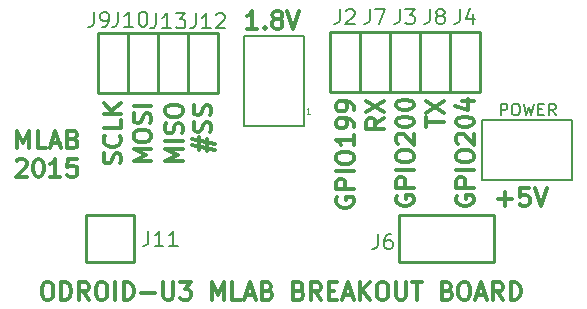
<source format=gbr>
G04 #@! TF.FileFunction,Legend,Top*
%FSLAX46Y46*%
G04 Gerber Fmt 4.6, Leading zero omitted, Abs format (unit mm)*
G04 Created by KiCad (PCBNEW 0.201503110816+5502~22~ubuntu14.10.1-product) date St 11. březen 2015, 18:04:12 CET*
%MOMM*%
G01*
G04 APERTURE LIST*
%ADD10C,0.100000*%
%ADD11C,0.300000*%
%ADD12C,0.200000*%
%ADD13C,0.254000*%
%ADD14C,0.150000*%
%ADD15C,0.203200*%
%ADD16C,0.050000*%
G04 APERTURE END LIST*
D10*
D11*
X142099600Y-51318657D02*
X142028171Y-51461514D01*
X142028171Y-51675800D01*
X142099600Y-51890085D01*
X142242457Y-52032943D01*
X142385314Y-52104371D01*
X142671029Y-52175800D01*
X142885314Y-52175800D01*
X143171029Y-52104371D01*
X143313886Y-52032943D01*
X143456743Y-51890085D01*
X143528171Y-51675800D01*
X143528171Y-51532943D01*
X143456743Y-51318657D01*
X143385314Y-51247228D01*
X142885314Y-51247228D01*
X142885314Y-51532943D01*
X143528171Y-50604371D02*
X142028171Y-50604371D01*
X142028171Y-50032943D01*
X142099600Y-49890085D01*
X142171029Y-49818657D01*
X142313886Y-49747228D01*
X142528171Y-49747228D01*
X142671029Y-49818657D01*
X142742457Y-49890085D01*
X142813886Y-50032943D01*
X142813886Y-50604371D01*
X143528171Y-49104371D02*
X142028171Y-49104371D01*
X142028171Y-48104371D02*
X142028171Y-47818657D01*
X142099600Y-47675799D01*
X142242457Y-47532942D01*
X142528171Y-47461514D01*
X143028171Y-47461514D01*
X143313886Y-47532942D01*
X143456743Y-47675799D01*
X143528171Y-47818657D01*
X143528171Y-48104371D01*
X143456743Y-48247228D01*
X143313886Y-48390085D01*
X143028171Y-48461514D01*
X142528171Y-48461514D01*
X142242457Y-48390085D01*
X142099600Y-48247228D01*
X142028171Y-48104371D01*
X142171029Y-46890085D02*
X142099600Y-46818656D01*
X142028171Y-46675799D01*
X142028171Y-46318656D01*
X142099600Y-46175799D01*
X142171029Y-46104370D01*
X142313886Y-46032942D01*
X142456743Y-46032942D01*
X142671029Y-46104370D01*
X143528171Y-46961513D01*
X143528171Y-46032942D01*
X142028171Y-45104371D02*
X142028171Y-44961514D01*
X142099600Y-44818657D01*
X142171029Y-44747228D01*
X142313886Y-44675799D01*
X142599600Y-44604371D01*
X142956743Y-44604371D01*
X143242457Y-44675799D01*
X143385314Y-44747228D01*
X143456743Y-44818657D01*
X143528171Y-44961514D01*
X143528171Y-45104371D01*
X143456743Y-45247228D01*
X143385314Y-45318657D01*
X143242457Y-45390085D01*
X142956743Y-45461514D01*
X142599600Y-45461514D01*
X142313886Y-45390085D01*
X142171029Y-45318657D01*
X142099600Y-45247228D01*
X142028171Y-45104371D01*
X142028171Y-43675800D02*
X142028171Y-43532943D01*
X142099600Y-43390086D01*
X142171029Y-43318657D01*
X142313886Y-43247228D01*
X142599600Y-43175800D01*
X142956743Y-43175800D01*
X143242457Y-43247228D01*
X143385314Y-43318657D01*
X143456743Y-43390086D01*
X143528171Y-43532943D01*
X143528171Y-43675800D01*
X143456743Y-43818657D01*
X143385314Y-43890086D01*
X143242457Y-43961514D01*
X142956743Y-44032943D01*
X142599600Y-44032943D01*
X142313886Y-43961514D01*
X142171029Y-43890086D01*
X142099600Y-43818657D01*
X142028171Y-43675800D01*
X112380028Y-58614571D02*
X112665742Y-58614571D01*
X112808600Y-58686000D01*
X112951457Y-58828857D01*
X113022885Y-59114571D01*
X113022885Y-59614571D01*
X112951457Y-59900286D01*
X112808600Y-60043143D01*
X112665742Y-60114571D01*
X112380028Y-60114571D01*
X112237171Y-60043143D01*
X112094314Y-59900286D01*
X112022885Y-59614571D01*
X112022885Y-59114571D01*
X112094314Y-58828857D01*
X112237171Y-58686000D01*
X112380028Y-58614571D01*
X113665743Y-60114571D02*
X113665743Y-58614571D01*
X114022886Y-58614571D01*
X114237171Y-58686000D01*
X114380029Y-58828857D01*
X114451457Y-58971714D01*
X114522886Y-59257429D01*
X114522886Y-59471714D01*
X114451457Y-59757429D01*
X114380029Y-59900286D01*
X114237171Y-60043143D01*
X114022886Y-60114571D01*
X113665743Y-60114571D01*
X116022886Y-60114571D02*
X115522886Y-59400286D01*
X115165743Y-60114571D02*
X115165743Y-58614571D01*
X115737171Y-58614571D01*
X115880029Y-58686000D01*
X115951457Y-58757429D01*
X116022886Y-58900286D01*
X116022886Y-59114571D01*
X115951457Y-59257429D01*
X115880029Y-59328857D01*
X115737171Y-59400286D01*
X115165743Y-59400286D01*
X116951457Y-58614571D02*
X117237171Y-58614571D01*
X117380029Y-58686000D01*
X117522886Y-58828857D01*
X117594314Y-59114571D01*
X117594314Y-59614571D01*
X117522886Y-59900286D01*
X117380029Y-60043143D01*
X117237171Y-60114571D01*
X116951457Y-60114571D01*
X116808600Y-60043143D01*
X116665743Y-59900286D01*
X116594314Y-59614571D01*
X116594314Y-59114571D01*
X116665743Y-58828857D01*
X116808600Y-58686000D01*
X116951457Y-58614571D01*
X118237172Y-60114571D02*
X118237172Y-58614571D01*
X118951458Y-60114571D02*
X118951458Y-58614571D01*
X119308601Y-58614571D01*
X119522886Y-58686000D01*
X119665744Y-58828857D01*
X119737172Y-58971714D01*
X119808601Y-59257429D01*
X119808601Y-59471714D01*
X119737172Y-59757429D01*
X119665744Y-59900286D01*
X119522886Y-60043143D01*
X119308601Y-60114571D01*
X118951458Y-60114571D01*
X120451458Y-59543143D02*
X121594315Y-59543143D01*
X122308601Y-58614571D02*
X122308601Y-59828857D01*
X122380029Y-59971714D01*
X122451458Y-60043143D01*
X122594315Y-60114571D01*
X122880029Y-60114571D01*
X123022887Y-60043143D01*
X123094315Y-59971714D01*
X123165744Y-59828857D01*
X123165744Y-58614571D01*
X123737173Y-58614571D02*
X124665744Y-58614571D01*
X124165744Y-59186000D01*
X124380030Y-59186000D01*
X124522887Y-59257429D01*
X124594316Y-59328857D01*
X124665744Y-59471714D01*
X124665744Y-59828857D01*
X124594316Y-59971714D01*
X124522887Y-60043143D01*
X124380030Y-60114571D01*
X123951458Y-60114571D01*
X123808601Y-60043143D01*
X123737173Y-59971714D01*
X126451458Y-60114571D02*
X126451458Y-58614571D01*
X126951458Y-59686000D01*
X127451458Y-58614571D01*
X127451458Y-60114571D01*
X128880030Y-60114571D02*
X128165744Y-60114571D01*
X128165744Y-58614571D01*
X129308601Y-59686000D02*
X130022887Y-59686000D01*
X129165744Y-60114571D02*
X129665744Y-58614571D01*
X130165744Y-60114571D01*
X131165744Y-59328857D02*
X131380030Y-59400286D01*
X131451458Y-59471714D01*
X131522887Y-59614571D01*
X131522887Y-59828857D01*
X131451458Y-59971714D01*
X131380030Y-60043143D01*
X131237172Y-60114571D01*
X130665744Y-60114571D01*
X130665744Y-58614571D01*
X131165744Y-58614571D01*
X131308601Y-58686000D01*
X131380030Y-58757429D01*
X131451458Y-58900286D01*
X131451458Y-59043143D01*
X131380030Y-59186000D01*
X131308601Y-59257429D01*
X131165744Y-59328857D01*
X130665744Y-59328857D01*
X133808601Y-59328857D02*
X134022887Y-59400286D01*
X134094315Y-59471714D01*
X134165744Y-59614571D01*
X134165744Y-59828857D01*
X134094315Y-59971714D01*
X134022887Y-60043143D01*
X133880029Y-60114571D01*
X133308601Y-60114571D01*
X133308601Y-58614571D01*
X133808601Y-58614571D01*
X133951458Y-58686000D01*
X134022887Y-58757429D01*
X134094315Y-58900286D01*
X134094315Y-59043143D01*
X134022887Y-59186000D01*
X133951458Y-59257429D01*
X133808601Y-59328857D01*
X133308601Y-59328857D01*
X135665744Y-60114571D02*
X135165744Y-59400286D01*
X134808601Y-60114571D02*
X134808601Y-58614571D01*
X135380029Y-58614571D01*
X135522887Y-58686000D01*
X135594315Y-58757429D01*
X135665744Y-58900286D01*
X135665744Y-59114571D01*
X135594315Y-59257429D01*
X135522887Y-59328857D01*
X135380029Y-59400286D01*
X134808601Y-59400286D01*
X136308601Y-59328857D02*
X136808601Y-59328857D01*
X137022887Y-60114571D02*
X136308601Y-60114571D01*
X136308601Y-58614571D01*
X137022887Y-58614571D01*
X137594315Y-59686000D02*
X138308601Y-59686000D01*
X137451458Y-60114571D02*
X137951458Y-58614571D01*
X138451458Y-60114571D01*
X138951458Y-60114571D02*
X138951458Y-58614571D01*
X139808601Y-60114571D02*
X139165744Y-59257429D01*
X139808601Y-58614571D02*
X138951458Y-59471714D01*
X140737172Y-58614571D02*
X141022886Y-58614571D01*
X141165744Y-58686000D01*
X141308601Y-58828857D01*
X141380029Y-59114571D01*
X141380029Y-59614571D01*
X141308601Y-59900286D01*
X141165744Y-60043143D01*
X141022886Y-60114571D01*
X140737172Y-60114571D01*
X140594315Y-60043143D01*
X140451458Y-59900286D01*
X140380029Y-59614571D01*
X140380029Y-59114571D01*
X140451458Y-58828857D01*
X140594315Y-58686000D01*
X140737172Y-58614571D01*
X142022887Y-58614571D02*
X142022887Y-59828857D01*
X142094315Y-59971714D01*
X142165744Y-60043143D01*
X142308601Y-60114571D01*
X142594315Y-60114571D01*
X142737173Y-60043143D01*
X142808601Y-59971714D01*
X142880030Y-59828857D01*
X142880030Y-58614571D01*
X143380030Y-58614571D02*
X144237173Y-58614571D01*
X143808602Y-60114571D02*
X143808602Y-58614571D01*
X146380030Y-59328857D02*
X146594316Y-59400286D01*
X146665744Y-59471714D01*
X146737173Y-59614571D01*
X146737173Y-59828857D01*
X146665744Y-59971714D01*
X146594316Y-60043143D01*
X146451458Y-60114571D01*
X145880030Y-60114571D01*
X145880030Y-58614571D01*
X146380030Y-58614571D01*
X146522887Y-58686000D01*
X146594316Y-58757429D01*
X146665744Y-58900286D01*
X146665744Y-59043143D01*
X146594316Y-59186000D01*
X146522887Y-59257429D01*
X146380030Y-59328857D01*
X145880030Y-59328857D01*
X147665744Y-58614571D02*
X147951458Y-58614571D01*
X148094316Y-58686000D01*
X148237173Y-58828857D01*
X148308601Y-59114571D01*
X148308601Y-59614571D01*
X148237173Y-59900286D01*
X148094316Y-60043143D01*
X147951458Y-60114571D01*
X147665744Y-60114571D01*
X147522887Y-60043143D01*
X147380030Y-59900286D01*
X147308601Y-59614571D01*
X147308601Y-59114571D01*
X147380030Y-58828857D01*
X147522887Y-58686000D01*
X147665744Y-58614571D01*
X148880030Y-59686000D02*
X149594316Y-59686000D01*
X148737173Y-60114571D02*
X149237173Y-58614571D01*
X149737173Y-60114571D01*
X151094316Y-60114571D02*
X150594316Y-59400286D01*
X150237173Y-60114571D02*
X150237173Y-58614571D01*
X150808601Y-58614571D01*
X150951459Y-58686000D01*
X151022887Y-58757429D01*
X151094316Y-58900286D01*
X151094316Y-59114571D01*
X151022887Y-59257429D01*
X150951459Y-59328857D01*
X150808601Y-59400286D01*
X150237173Y-59400286D01*
X151737173Y-60114571D02*
X151737173Y-58614571D01*
X152094316Y-58614571D01*
X152308601Y-58686000D01*
X152451459Y-58828857D01*
X152522887Y-58971714D01*
X152594316Y-59257429D01*
X152594316Y-59471714D01*
X152522887Y-59757429D01*
X152451459Y-59900286D01*
X152308601Y-60043143D01*
X152094316Y-60114571D01*
X151737173Y-60114571D01*
X109971200Y-47281371D02*
X109971200Y-45781371D01*
X110471200Y-46852800D01*
X110971200Y-45781371D01*
X110971200Y-47281371D01*
X112399772Y-47281371D02*
X111685486Y-47281371D01*
X111685486Y-45781371D01*
X112828343Y-46852800D02*
X113542629Y-46852800D01*
X112685486Y-47281371D02*
X113185486Y-45781371D01*
X113685486Y-47281371D01*
X114685486Y-46495657D02*
X114899772Y-46567086D01*
X114971200Y-46638514D01*
X115042629Y-46781371D01*
X115042629Y-46995657D01*
X114971200Y-47138514D01*
X114899772Y-47209943D01*
X114756914Y-47281371D01*
X114185486Y-47281371D01*
X114185486Y-45781371D01*
X114685486Y-45781371D01*
X114828343Y-45852800D01*
X114899772Y-45924229D01*
X114971200Y-46067086D01*
X114971200Y-46209943D01*
X114899772Y-46352800D01*
X114828343Y-46424229D01*
X114685486Y-46495657D01*
X114185486Y-46495657D01*
X109899772Y-48324229D02*
X109971201Y-48252800D01*
X110114058Y-48181371D01*
X110471201Y-48181371D01*
X110614058Y-48252800D01*
X110685487Y-48324229D01*
X110756915Y-48467086D01*
X110756915Y-48609943D01*
X110685487Y-48824229D01*
X109828344Y-49681371D01*
X110756915Y-49681371D01*
X111685486Y-48181371D02*
X111828343Y-48181371D01*
X111971200Y-48252800D01*
X112042629Y-48324229D01*
X112114058Y-48467086D01*
X112185486Y-48752800D01*
X112185486Y-49109943D01*
X112114058Y-49395657D01*
X112042629Y-49538514D01*
X111971200Y-49609943D01*
X111828343Y-49681371D01*
X111685486Y-49681371D01*
X111542629Y-49609943D01*
X111471200Y-49538514D01*
X111399772Y-49395657D01*
X111328343Y-49109943D01*
X111328343Y-48752800D01*
X111399772Y-48467086D01*
X111471200Y-48324229D01*
X111542629Y-48252800D01*
X111685486Y-48181371D01*
X113614057Y-49681371D02*
X112756914Y-49681371D01*
X113185486Y-49681371D02*
X113185486Y-48181371D01*
X113042629Y-48395657D01*
X112899771Y-48538514D01*
X112756914Y-48609943D01*
X114971200Y-48181371D02*
X114256914Y-48181371D01*
X114185485Y-48895657D01*
X114256914Y-48824229D01*
X114399771Y-48752800D01*
X114756914Y-48752800D01*
X114899771Y-48824229D01*
X114971200Y-48895657D01*
X115042628Y-49038514D01*
X115042628Y-49395657D01*
X114971200Y-49538514D01*
X114899771Y-49609943D01*
X114756914Y-49681371D01*
X114399771Y-49681371D01*
X114256914Y-49609943D01*
X114185485Y-49538514D01*
X150700029Y-51592943D02*
X151842886Y-51592943D01*
X151271457Y-52164371D02*
X151271457Y-51021514D01*
X153271458Y-50664371D02*
X152557172Y-50664371D01*
X152485743Y-51378657D01*
X152557172Y-51307229D01*
X152700029Y-51235800D01*
X153057172Y-51235800D01*
X153200029Y-51307229D01*
X153271458Y-51378657D01*
X153342886Y-51521514D01*
X153342886Y-51878657D01*
X153271458Y-52021514D01*
X153200029Y-52092943D01*
X153057172Y-52164371D01*
X152700029Y-52164371D01*
X152557172Y-52092943D01*
X152485743Y-52021514D01*
X153771457Y-50664371D02*
X154271457Y-52164371D01*
X154771457Y-50664371D01*
D12*
X150877876Y-44495981D02*
X150877876Y-43495981D01*
X151258829Y-43495981D01*
X151354067Y-43543600D01*
X151401686Y-43591219D01*
X151449305Y-43686457D01*
X151449305Y-43829314D01*
X151401686Y-43924552D01*
X151354067Y-43972171D01*
X151258829Y-44019790D01*
X150877876Y-44019790D01*
X152068352Y-43495981D02*
X152258829Y-43495981D01*
X152354067Y-43543600D01*
X152449305Y-43638838D01*
X152496924Y-43829314D01*
X152496924Y-44162648D01*
X152449305Y-44353124D01*
X152354067Y-44448362D01*
X152258829Y-44495981D01*
X152068352Y-44495981D01*
X151973114Y-44448362D01*
X151877876Y-44353124D01*
X151830257Y-44162648D01*
X151830257Y-43829314D01*
X151877876Y-43638838D01*
X151973114Y-43543600D01*
X152068352Y-43495981D01*
X152830257Y-43495981D02*
X153068352Y-44495981D01*
X153258829Y-43781695D01*
X153449305Y-44495981D01*
X153687400Y-43495981D01*
X154068352Y-43972171D02*
X154401686Y-43972171D01*
X154544543Y-44495981D02*
X154068352Y-44495981D01*
X154068352Y-43495981D01*
X154544543Y-43495981D01*
X155544543Y-44495981D02*
X155211209Y-44019790D01*
X154973114Y-44495981D02*
X154973114Y-43495981D01*
X155354067Y-43495981D01*
X155449305Y-43543600D01*
X155496924Y-43591219D01*
X155544543Y-43686457D01*
X155544543Y-43829314D01*
X155496924Y-43924552D01*
X155449305Y-43972171D01*
X155354067Y-44019790D01*
X154973114Y-44019790D01*
D11*
X147179600Y-51318657D02*
X147108171Y-51461514D01*
X147108171Y-51675800D01*
X147179600Y-51890085D01*
X147322457Y-52032943D01*
X147465314Y-52104371D01*
X147751029Y-52175800D01*
X147965314Y-52175800D01*
X148251029Y-52104371D01*
X148393886Y-52032943D01*
X148536743Y-51890085D01*
X148608171Y-51675800D01*
X148608171Y-51532943D01*
X148536743Y-51318657D01*
X148465314Y-51247228D01*
X147965314Y-51247228D01*
X147965314Y-51532943D01*
X148608171Y-50604371D02*
X147108171Y-50604371D01*
X147108171Y-50032943D01*
X147179600Y-49890085D01*
X147251029Y-49818657D01*
X147393886Y-49747228D01*
X147608171Y-49747228D01*
X147751029Y-49818657D01*
X147822457Y-49890085D01*
X147893886Y-50032943D01*
X147893886Y-50604371D01*
X148608171Y-49104371D02*
X147108171Y-49104371D01*
X147108171Y-48104371D02*
X147108171Y-47818657D01*
X147179600Y-47675799D01*
X147322457Y-47532942D01*
X147608171Y-47461514D01*
X148108171Y-47461514D01*
X148393886Y-47532942D01*
X148536743Y-47675799D01*
X148608171Y-47818657D01*
X148608171Y-48104371D01*
X148536743Y-48247228D01*
X148393886Y-48390085D01*
X148108171Y-48461514D01*
X147608171Y-48461514D01*
X147322457Y-48390085D01*
X147179600Y-48247228D01*
X147108171Y-48104371D01*
X147251029Y-46890085D02*
X147179600Y-46818656D01*
X147108171Y-46675799D01*
X147108171Y-46318656D01*
X147179600Y-46175799D01*
X147251029Y-46104370D01*
X147393886Y-46032942D01*
X147536743Y-46032942D01*
X147751029Y-46104370D01*
X148608171Y-46961513D01*
X148608171Y-46032942D01*
X147108171Y-45104371D02*
X147108171Y-44961514D01*
X147179600Y-44818657D01*
X147251029Y-44747228D01*
X147393886Y-44675799D01*
X147679600Y-44604371D01*
X148036743Y-44604371D01*
X148322457Y-44675799D01*
X148465314Y-44747228D01*
X148536743Y-44818657D01*
X148608171Y-44961514D01*
X148608171Y-45104371D01*
X148536743Y-45247228D01*
X148465314Y-45318657D01*
X148322457Y-45390085D01*
X148036743Y-45461514D01*
X147679600Y-45461514D01*
X147393886Y-45390085D01*
X147251029Y-45318657D01*
X147179600Y-45247228D01*
X147108171Y-45104371D01*
X147608171Y-43318657D02*
X148608171Y-43318657D01*
X147036743Y-43675800D02*
X148108171Y-44032943D01*
X148108171Y-43104371D01*
X144568171Y-45516657D02*
X144568171Y-44659514D01*
X146068171Y-45088085D02*
X144568171Y-45088085D01*
X144568171Y-44302371D02*
X146068171Y-43302371D01*
X144568171Y-43302371D02*
X146068171Y-44302371D01*
X140988171Y-44750799D02*
X140273886Y-45250799D01*
X140988171Y-45607942D02*
X139488171Y-45607942D01*
X139488171Y-45036514D01*
X139559600Y-44893656D01*
X139631029Y-44822228D01*
X139773886Y-44750799D01*
X139988171Y-44750799D01*
X140131029Y-44822228D01*
X140202457Y-44893656D01*
X140273886Y-45036514D01*
X140273886Y-45607942D01*
X139488171Y-44250799D02*
X140988171Y-43250799D01*
X139488171Y-43250799D02*
X140988171Y-44250799D01*
X137019600Y-51445657D02*
X136948171Y-51588514D01*
X136948171Y-51802800D01*
X137019600Y-52017085D01*
X137162457Y-52159943D01*
X137305314Y-52231371D01*
X137591029Y-52302800D01*
X137805314Y-52302800D01*
X138091029Y-52231371D01*
X138233886Y-52159943D01*
X138376743Y-52017085D01*
X138448171Y-51802800D01*
X138448171Y-51659943D01*
X138376743Y-51445657D01*
X138305314Y-51374228D01*
X137805314Y-51374228D01*
X137805314Y-51659943D01*
X138448171Y-50731371D02*
X136948171Y-50731371D01*
X136948171Y-50159943D01*
X137019600Y-50017085D01*
X137091029Y-49945657D01*
X137233886Y-49874228D01*
X137448171Y-49874228D01*
X137591029Y-49945657D01*
X137662457Y-50017085D01*
X137733886Y-50159943D01*
X137733886Y-50731371D01*
X138448171Y-49231371D02*
X136948171Y-49231371D01*
X136948171Y-48231371D02*
X136948171Y-47945657D01*
X137019600Y-47802799D01*
X137162457Y-47659942D01*
X137448171Y-47588514D01*
X137948171Y-47588514D01*
X138233886Y-47659942D01*
X138376743Y-47802799D01*
X138448171Y-47945657D01*
X138448171Y-48231371D01*
X138376743Y-48374228D01*
X138233886Y-48517085D01*
X137948171Y-48588514D01*
X137448171Y-48588514D01*
X137162457Y-48517085D01*
X137019600Y-48374228D01*
X136948171Y-48231371D01*
X138448171Y-46159942D02*
X138448171Y-47017085D01*
X138448171Y-46588513D02*
X136948171Y-46588513D01*
X137162457Y-46731370D01*
X137305314Y-46874228D01*
X137376743Y-47017085D01*
X138448171Y-45445657D02*
X138448171Y-45159942D01*
X138376743Y-45017085D01*
X138305314Y-44945657D01*
X138091029Y-44802799D01*
X137805314Y-44731371D01*
X137233886Y-44731371D01*
X137091029Y-44802799D01*
X137019600Y-44874228D01*
X136948171Y-45017085D01*
X136948171Y-45302799D01*
X137019600Y-45445657D01*
X137091029Y-45517085D01*
X137233886Y-45588514D01*
X137591029Y-45588514D01*
X137733886Y-45517085D01*
X137805314Y-45445657D01*
X137876743Y-45302799D01*
X137876743Y-45017085D01*
X137805314Y-44874228D01*
X137733886Y-44802799D01*
X137591029Y-44731371D01*
X138448171Y-44017086D02*
X138448171Y-43731371D01*
X138376743Y-43588514D01*
X138305314Y-43517086D01*
X138091029Y-43374228D01*
X137805314Y-43302800D01*
X137233886Y-43302800D01*
X137091029Y-43374228D01*
X137019600Y-43445657D01*
X136948171Y-43588514D01*
X136948171Y-43874228D01*
X137019600Y-44017086D01*
X137091029Y-44088514D01*
X137233886Y-44159943D01*
X137591029Y-44159943D01*
X137733886Y-44088514D01*
X137805314Y-44017086D01*
X137876743Y-43874228D01*
X137876743Y-43588514D01*
X137805314Y-43445657D01*
X137733886Y-43374228D01*
X137591029Y-43302800D01*
X130260886Y-37178371D02*
X129403743Y-37178371D01*
X129832315Y-37178371D02*
X129832315Y-35678371D01*
X129689458Y-35892657D01*
X129546600Y-36035514D01*
X129403743Y-36106943D01*
X130903743Y-37035514D02*
X130975171Y-37106943D01*
X130903743Y-37178371D01*
X130832314Y-37106943D01*
X130903743Y-37035514D01*
X130903743Y-37178371D01*
X131832315Y-36321229D02*
X131689457Y-36249800D01*
X131618029Y-36178371D01*
X131546600Y-36035514D01*
X131546600Y-35964086D01*
X131618029Y-35821229D01*
X131689457Y-35749800D01*
X131832315Y-35678371D01*
X132118029Y-35678371D01*
X132260886Y-35749800D01*
X132332315Y-35821229D01*
X132403743Y-35964086D01*
X132403743Y-36035514D01*
X132332315Y-36178371D01*
X132260886Y-36249800D01*
X132118029Y-36321229D01*
X131832315Y-36321229D01*
X131689457Y-36392657D01*
X131618029Y-36464086D01*
X131546600Y-36606943D01*
X131546600Y-36892657D01*
X131618029Y-37035514D01*
X131689457Y-37106943D01*
X131832315Y-37178371D01*
X132118029Y-37178371D01*
X132260886Y-37106943D01*
X132332315Y-37035514D01*
X132403743Y-36892657D01*
X132403743Y-36606943D01*
X132332315Y-36464086D01*
X132260886Y-36392657D01*
X132118029Y-36321229D01*
X132832314Y-35678371D02*
X133332314Y-37178371D01*
X133832314Y-35678371D01*
X125383171Y-47409657D02*
X125383171Y-46338228D01*
X124740314Y-46981085D02*
X126668886Y-47409657D01*
X126026029Y-46481085D02*
X126026029Y-47552514D01*
X126668886Y-46909657D02*
X124740314Y-46481085D01*
X126311743Y-45909657D02*
X126383171Y-45695371D01*
X126383171Y-45338228D01*
X126311743Y-45195371D01*
X126240314Y-45123942D01*
X126097457Y-45052514D01*
X125954600Y-45052514D01*
X125811743Y-45123942D01*
X125740314Y-45195371D01*
X125668886Y-45338228D01*
X125597457Y-45623942D01*
X125526029Y-45766800D01*
X125454600Y-45838228D01*
X125311743Y-45909657D01*
X125168886Y-45909657D01*
X125026029Y-45838228D01*
X124954600Y-45766800D01*
X124883171Y-45623942D01*
X124883171Y-45266800D01*
X124954600Y-45052514D01*
X126311743Y-44481086D02*
X126383171Y-44266800D01*
X126383171Y-43909657D01*
X126311743Y-43766800D01*
X126240314Y-43695371D01*
X126097457Y-43623943D01*
X125954600Y-43623943D01*
X125811743Y-43695371D01*
X125740314Y-43766800D01*
X125668886Y-43909657D01*
X125597457Y-44195371D01*
X125526029Y-44338229D01*
X125454600Y-44409657D01*
X125311743Y-44481086D01*
X125168886Y-44481086D01*
X125026029Y-44409657D01*
X124954600Y-44338229D01*
X124883171Y-44195371D01*
X124883171Y-43838229D01*
X124954600Y-43623943D01*
X123970171Y-48381943D02*
X122470171Y-48381943D01*
X123541600Y-47881943D01*
X122470171Y-47381943D01*
X123970171Y-47381943D01*
X123970171Y-46667657D02*
X122470171Y-46667657D01*
X123898743Y-46024800D02*
X123970171Y-45810514D01*
X123970171Y-45453371D01*
X123898743Y-45310514D01*
X123827314Y-45239085D01*
X123684457Y-45167657D01*
X123541600Y-45167657D01*
X123398743Y-45239085D01*
X123327314Y-45310514D01*
X123255886Y-45453371D01*
X123184457Y-45739085D01*
X123113029Y-45881943D01*
X123041600Y-45953371D01*
X122898743Y-46024800D01*
X122755886Y-46024800D01*
X122613029Y-45953371D01*
X122541600Y-45881943D01*
X122470171Y-45739085D01*
X122470171Y-45381943D01*
X122541600Y-45167657D01*
X122470171Y-44239086D02*
X122470171Y-43953372D01*
X122541600Y-43810514D01*
X122684457Y-43667657D01*
X122970171Y-43596229D01*
X123470171Y-43596229D01*
X123755886Y-43667657D01*
X123898743Y-43810514D01*
X123970171Y-43953372D01*
X123970171Y-44239086D01*
X123898743Y-44381943D01*
X123755886Y-44524800D01*
X123470171Y-44596229D01*
X122970171Y-44596229D01*
X122684457Y-44524800D01*
X122541600Y-44381943D01*
X122470171Y-44239086D01*
X121303171Y-48381943D02*
X119803171Y-48381943D01*
X120874600Y-47881943D01*
X119803171Y-47381943D01*
X121303171Y-47381943D01*
X119803171Y-46381943D02*
X119803171Y-46096229D01*
X119874600Y-45953371D01*
X120017457Y-45810514D01*
X120303171Y-45739086D01*
X120803171Y-45739086D01*
X121088886Y-45810514D01*
X121231743Y-45953371D01*
X121303171Y-46096229D01*
X121303171Y-46381943D01*
X121231743Y-46524800D01*
X121088886Y-46667657D01*
X120803171Y-46739086D01*
X120303171Y-46739086D01*
X120017457Y-46667657D01*
X119874600Y-46524800D01*
X119803171Y-46381943D01*
X121231743Y-45167657D02*
X121303171Y-44953371D01*
X121303171Y-44596228D01*
X121231743Y-44453371D01*
X121160314Y-44381942D01*
X121017457Y-44310514D01*
X120874600Y-44310514D01*
X120731743Y-44381942D01*
X120660314Y-44453371D01*
X120588886Y-44596228D01*
X120517457Y-44881942D01*
X120446029Y-45024800D01*
X120374600Y-45096228D01*
X120231743Y-45167657D01*
X120088886Y-45167657D01*
X119946029Y-45096228D01*
X119874600Y-45024800D01*
X119803171Y-44881942D01*
X119803171Y-44524800D01*
X119874600Y-44310514D01*
X121303171Y-43667657D02*
X119803171Y-43667657D01*
X118691743Y-48560514D02*
X118763171Y-48346228D01*
X118763171Y-47989085D01*
X118691743Y-47846228D01*
X118620314Y-47774799D01*
X118477457Y-47703371D01*
X118334600Y-47703371D01*
X118191743Y-47774799D01*
X118120314Y-47846228D01*
X118048886Y-47989085D01*
X117977457Y-48274799D01*
X117906029Y-48417657D01*
X117834600Y-48489085D01*
X117691743Y-48560514D01*
X117548886Y-48560514D01*
X117406029Y-48489085D01*
X117334600Y-48417657D01*
X117263171Y-48274799D01*
X117263171Y-47917657D01*
X117334600Y-47703371D01*
X118620314Y-46203371D02*
X118691743Y-46274800D01*
X118763171Y-46489086D01*
X118763171Y-46631943D01*
X118691743Y-46846228D01*
X118548886Y-46989086D01*
X118406029Y-47060514D01*
X118120314Y-47131943D01*
X117906029Y-47131943D01*
X117620314Y-47060514D01*
X117477457Y-46989086D01*
X117334600Y-46846228D01*
X117263171Y-46631943D01*
X117263171Y-46489086D01*
X117334600Y-46274800D01*
X117406029Y-46203371D01*
X118763171Y-44846228D02*
X118763171Y-45560514D01*
X117263171Y-45560514D01*
X118763171Y-44346228D02*
X117263171Y-44346228D01*
X118763171Y-43489085D02*
X117906029Y-44131942D01*
X117263171Y-43489085D02*
X118120314Y-44346228D01*
D13*
X142316600Y-56949800D02*
X142316600Y-54949800D01*
X150316600Y-54949800D02*
X150316600Y-52949800D01*
X150316600Y-52949800D02*
X142316600Y-52949800D01*
X142316600Y-54949800D02*
X142316600Y-52949800D01*
X150316600Y-56949800D02*
X142316600Y-56949800D01*
X150316600Y-56949800D02*
X150316600Y-54949800D01*
X136398000Y-37465000D02*
X138938000Y-37465000D01*
X138938000Y-37465000D02*
X138938000Y-42545000D01*
X138938000Y-42545000D02*
X136398000Y-42545000D01*
X136398000Y-42545000D02*
X136398000Y-37465000D01*
X141478000Y-37465000D02*
X144018000Y-37465000D01*
X144018000Y-37465000D02*
X144018000Y-42545000D01*
X144018000Y-42545000D02*
X141478000Y-42545000D01*
X141478000Y-42545000D02*
X141478000Y-37465000D01*
X146558000Y-37465000D02*
X149098000Y-37465000D01*
X149098000Y-37465000D02*
X149098000Y-42545000D01*
X149098000Y-42545000D02*
X146558000Y-42545000D01*
X146558000Y-42545000D02*
X146558000Y-37465000D01*
X138938000Y-37465000D02*
X141478000Y-37465000D01*
X141478000Y-37465000D02*
X141478000Y-42545000D01*
X141478000Y-42545000D02*
X138938000Y-42545000D01*
X138938000Y-42545000D02*
X138938000Y-37465000D01*
X144018000Y-37465000D02*
X146558000Y-37465000D01*
X146558000Y-37465000D02*
X146558000Y-42545000D01*
X146558000Y-42545000D02*
X144018000Y-42545000D01*
X144018000Y-42545000D02*
X144018000Y-37465000D01*
X116814600Y-37515800D02*
X119354600Y-37515800D01*
X119354600Y-37515800D02*
X119354600Y-42595800D01*
X119354600Y-42595800D02*
X116814600Y-42595800D01*
X116814600Y-42595800D02*
X116814600Y-37515800D01*
X119354600Y-37515800D02*
X121894600Y-37515800D01*
X121894600Y-37515800D02*
X121894600Y-42595800D01*
X121894600Y-42595800D02*
X119354600Y-42595800D01*
X119354600Y-42595800D02*
X119354600Y-37515800D01*
X115816600Y-52949800D02*
X117816600Y-52949800D01*
X117816600Y-56949800D02*
X119816600Y-56949800D01*
X119816600Y-56949800D02*
X119816600Y-52949800D01*
X117816600Y-52949800D02*
X119816600Y-52949800D01*
X115816600Y-56949800D02*
X115816600Y-52949800D01*
X115816600Y-56949800D02*
X117816600Y-56949800D01*
X124434600Y-37515800D02*
X126974600Y-37515800D01*
X126974600Y-37515800D02*
X126974600Y-42595800D01*
X126974600Y-42595800D02*
X124434600Y-42595800D01*
X124434600Y-42595800D02*
X124434600Y-37515800D01*
X121894600Y-37515800D02*
X124434600Y-37515800D01*
X124434600Y-37515800D02*
X124434600Y-42595800D01*
X124434600Y-42595800D02*
X121894600Y-42595800D01*
X121894600Y-42595800D02*
X121894600Y-37515800D01*
D14*
X156946600Y-44881800D02*
X156946600Y-49961800D01*
X156946600Y-49961800D02*
X149326600Y-49961800D01*
X149326600Y-49961800D02*
X149326600Y-44881800D01*
X149326600Y-44881800D02*
X156946600Y-44881800D01*
X134213600Y-45389800D02*
X129133600Y-45389800D01*
X129133600Y-45389800D02*
X129133600Y-37769800D01*
X129133600Y-37769800D02*
X134213600Y-37769800D01*
X134213600Y-37769800D02*
X134213600Y-45389800D01*
D15*
X140470467Y-54549524D02*
X140470467Y-55456667D01*
X140409991Y-55638095D01*
X140289039Y-55759048D01*
X140107610Y-55819524D01*
X139986658Y-55819524D01*
X141619515Y-54549524D02*
X141377610Y-54549524D01*
X141256658Y-54610000D01*
X141196181Y-54670476D01*
X141075229Y-54851905D01*
X141014753Y-55093810D01*
X141014753Y-55577619D01*
X141075229Y-55698571D01*
X141135705Y-55759048D01*
X141256658Y-55819524D01*
X141498562Y-55819524D01*
X141619515Y-55759048D01*
X141679991Y-55698571D01*
X141740467Y-55577619D01*
X141740467Y-55275238D01*
X141679991Y-55154286D01*
X141619515Y-55093810D01*
X141498562Y-55033333D01*
X141256658Y-55033333D01*
X141135705Y-55093810D01*
X141075229Y-55154286D01*
X141014753Y-55275238D01*
X137244667Y-35499524D02*
X137244667Y-36406667D01*
X137184191Y-36588095D01*
X137063239Y-36709048D01*
X136881810Y-36769524D01*
X136760858Y-36769524D01*
X137788953Y-35620476D02*
X137849429Y-35560000D01*
X137970381Y-35499524D01*
X138272762Y-35499524D01*
X138393715Y-35560000D01*
X138454191Y-35620476D01*
X138514667Y-35741429D01*
X138514667Y-35862381D01*
X138454191Y-36043810D01*
X137728477Y-36769524D01*
X138514667Y-36769524D01*
X142324667Y-35499524D02*
X142324667Y-36406667D01*
X142264191Y-36588095D01*
X142143239Y-36709048D01*
X141961810Y-36769524D01*
X141840858Y-36769524D01*
X142808477Y-35499524D02*
X143594667Y-35499524D01*
X143171334Y-35983333D01*
X143352762Y-35983333D01*
X143473715Y-36043810D01*
X143534191Y-36104286D01*
X143594667Y-36225238D01*
X143594667Y-36527619D01*
X143534191Y-36648571D01*
X143473715Y-36709048D01*
X143352762Y-36769524D01*
X142989905Y-36769524D01*
X142868953Y-36709048D01*
X142808477Y-36648571D01*
X147404667Y-35499524D02*
X147404667Y-36406667D01*
X147344191Y-36588095D01*
X147223239Y-36709048D01*
X147041810Y-36769524D01*
X146920858Y-36769524D01*
X148553715Y-35922857D02*
X148553715Y-36769524D01*
X148251334Y-35439048D02*
X147948953Y-36346190D01*
X148735143Y-36346190D01*
X139784667Y-35499524D02*
X139784667Y-36406667D01*
X139724191Y-36588095D01*
X139603239Y-36709048D01*
X139421810Y-36769524D01*
X139300858Y-36769524D01*
X140268477Y-35499524D02*
X141115143Y-35499524D01*
X140570858Y-36769524D01*
X144864667Y-35499524D02*
X144864667Y-36406667D01*
X144804191Y-36588095D01*
X144683239Y-36709048D01*
X144501810Y-36769524D01*
X144380858Y-36769524D01*
X145650858Y-36043810D02*
X145529905Y-35983333D01*
X145469429Y-35922857D01*
X145408953Y-35801905D01*
X145408953Y-35741429D01*
X145469429Y-35620476D01*
X145529905Y-35560000D01*
X145650858Y-35499524D01*
X145892762Y-35499524D01*
X146013715Y-35560000D01*
X146074191Y-35620476D01*
X146134667Y-35741429D01*
X146134667Y-35801905D01*
X146074191Y-35922857D01*
X146013715Y-35983333D01*
X145892762Y-36043810D01*
X145650858Y-36043810D01*
X145529905Y-36104286D01*
X145469429Y-36164762D01*
X145408953Y-36285714D01*
X145408953Y-36527619D01*
X145469429Y-36648571D01*
X145529905Y-36709048D01*
X145650858Y-36769524D01*
X145892762Y-36769524D01*
X146013715Y-36709048D01*
X146074191Y-36648571D01*
X146134667Y-36527619D01*
X146134667Y-36285714D01*
X146074191Y-36164762D01*
X146013715Y-36104286D01*
X145892762Y-36043810D01*
X116442067Y-35728124D02*
X116442067Y-36635267D01*
X116381591Y-36816695D01*
X116260639Y-36937648D01*
X116079210Y-36998124D01*
X115958258Y-36998124D01*
X117107305Y-36998124D02*
X117349210Y-36998124D01*
X117470162Y-36937648D01*
X117530638Y-36877171D01*
X117651591Y-36695743D01*
X117712067Y-36453838D01*
X117712067Y-35970029D01*
X117651591Y-35849076D01*
X117591115Y-35788600D01*
X117470162Y-35728124D01*
X117228258Y-35728124D01*
X117107305Y-35788600D01*
X117046829Y-35849076D01*
X116986353Y-35970029D01*
X116986353Y-36272410D01*
X117046829Y-36393362D01*
X117107305Y-36453838D01*
X117228258Y-36514314D01*
X117470162Y-36514314D01*
X117591115Y-36453838D01*
X117651591Y-36393362D01*
X117712067Y-36272410D01*
X118478905Y-35702724D02*
X118478905Y-36609867D01*
X118418429Y-36791295D01*
X118297477Y-36912248D01*
X118116048Y-36972724D01*
X117995096Y-36972724D01*
X119748905Y-36972724D02*
X119023191Y-36972724D01*
X119386048Y-36972724D02*
X119386048Y-35702724D01*
X119265096Y-35884152D01*
X119144143Y-36005105D01*
X119023191Y-36065581D01*
X120535096Y-35702724D02*
X120656048Y-35702724D01*
X120777000Y-35763200D01*
X120837477Y-35823676D01*
X120897953Y-35944629D01*
X120958429Y-36186533D01*
X120958429Y-36488914D01*
X120897953Y-36730819D01*
X120837477Y-36851771D01*
X120777000Y-36912248D01*
X120656048Y-36972724D01*
X120535096Y-36972724D01*
X120414143Y-36912248D01*
X120353667Y-36851771D01*
X120293191Y-36730819D01*
X120232715Y-36488914D01*
X120232715Y-36186533D01*
X120293191Y-35944629D01*
X120353667Y-35823676D01*
X120414143Y-35763200D01*
X120535096Y-35702724D01*
X121044305Y-54295524D02*
X121044305Y-55202667D01*
X120983829Y-55384095D01*
X120862877Y-55505048D01*
X120681448Y-55565524D01*
X120560496Y-55565524D01*
X122314305Y-55565524D02*
X121588591Y-55565524D01*
X121951448Y-55565524D02*
X121951448Y-54295524D01*
X121830496Y-54476952D01*
X121709543Y-54597905D01*
X121588591Y-54658381D01*
X123523829Y-55565524D02*
X122798115Y-55565524D01*
X123160972Y-55565524D02*
X123160972Y-54295524D01*
X123040020Y-54476952D01*
X122919067Y-54597905D01*
X122798115Y-54658381D01*
X125057505Y-35855124D02*
X125057505Y-36762267D01*
X124997029Y-36943695D01*
X124876077Y-37064648D01*
X124694648Y-37125124D01*
X124573696Y-37125124D01*
X126327505Y-37125124D02*
X125601791Y-37125124D01*
X125964648Y-37125124D02*
X125964648Y-35855124D01*
X125843696Y-36036552D01*
X125722743Y-36157505D01*
X125601791Y-36217981D01*
X126811315Y-35976076D02*
X126871791Y-35915600D01*
X126992743Y-35855124D01*
X127295124Y-35855124D01*
X127416077Y-35915600D01*
X127476553Y-35976076D01*
X127537029Y-36097029D01*
X127537029Y-36217981D01*
X127476553Y-36399410D01*
X126750839Y-37125124D01*
X127537029Y-37125124D01*
X121704705Y-35855124D02*
X121704705Y-36762267D01*
X121644229Y-36943695D01*
X121523277Y-37064648D01*
X121341848Y-37125124D01*
X121220896Y-37125124D01*
X122974705Y-37125124D02*
X122248991Y-37125124D01*
X122611848Y-37125124D02*
X122611848Y-35855124D01*
X122490896Y-36036552D01*
X122369943Y-36157505D01*
X122248991Y-36217981D01*
X123398039Y-35855124D02*
X124184229Y-35855124D01*
X123760896Y-36338933D01*
X123942324Y-36338933D01*
X124063277Y-36399410D01*
X124123753Y-36459886D01*
X124184229Y-36580838D01*
X124184229Y-36883219D01*
X124123753Y-37004171D01*
X124063277Y-37064648D01*
X123942324Y-37125124D01*
X123579467Y-37125124D01*
X123458515Y-37064648D01*
X123398039Y-37004171D01*
D16*
X134737457Y-44345990D02*
X134451743Y-44345990D01*
X134594600Y-44345990D02*
X134594600Y-43845990D01*
X134546981Y-43917419D01*
X134499362Y-43965038D01*
X134451743Y-43988848D01*
M02*

</source>
